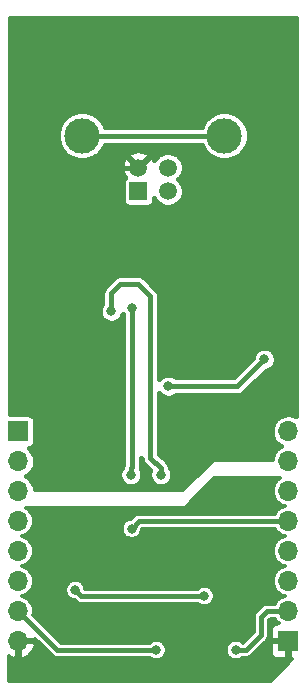
<source format=gbr>
G04 #@! TF.GenerationSoftware,KiCad,Pcbnew,(5.1.2)-2*
G04 #@! TF.CreationDate,2019-10-15T13:17:40+02:00*
G04 #@! TF.ProjectId,USB_UART_Iolated,5553425f-5541-4525-945f-496f6c617465,rev?*
G04 #@! TF.SameCoordinates,Original*
G04 #@! TF.FileFunction,Copper,L2,Bot*
G04 #@! TF.FilePolarity,Positive*
%FSLAX46Y46*%
G04 Gerber Fmt 4.6, Leading zero omitted, Abs format (unit mm)*
G04 Created by KiCad (PCBNEW (5.1.2)-2) date 2019-10-15 13:17:40*
%MOMM*%
%LPD*%
G04 APERTURE LIST*
%ADD10R,1.700000X1.700000*%
%ADD11O,1.700000X1.700000*%
%ADD12C,1.500000*%
%ADD13C,3.000000*%
%ADD14R,1.500000X1.500000*%
%ADD15C,0.800000*%
%ADD16C,0.381000*%
%ADD17C,0.304800*%
G04 APERTURE END LIST*
D10*
X128270000Y-105410000D03*
D11*
X128270000Y-107950000D03*
X128270000Y-110490000D03*
X128270000Y-113030000D03*
X128270000Y-115570000D03*
X128270000Y-118110000D03*
X128270000Y-120650000D03*
X128270000Y-123190000D03*
X151130000Y-105410000D03*
X151130000Y-107950000D03*
X151130000Y-110490000D03*
X151130000Y-113030000D03*
X151130000Y-115570000D03*
X151130000Y-118110000D03*
X151130000Y-120650000D03*
D10*
X151130000Y-123190000D03*
D12*
X140930000Y-85090000D03*
X138430000Y-83090000D03*
D13*
X133660000Y-80380000D03*
D12*
X140930000Y-83090000D03*
D14*
X138430000Y-85090000D03*
D13*
X145700000Y-80380000D03*
D15*
X144018000Y-119380000D03*
X133096000Y-118872000D03*
X140970000Y-101600000D03*
X149098000Y-99314000D03*
X141975000Y-88149000D03*
X139203000Y-88149000D03*
X147309000Y-88149000D03*
X139954000Y-123952000D03*
X137858500Y-113665000D03*
X146695500Y-123952000D03*
X140335000Y-109093000D03*
X136144000Y-95250000D03*
X137795000Y-109093000D03*
X137922000Y-94996000D03*
D16*
X144018000Y-119380000D02*
X133604000Y-119380000D01*
X133604000Y-119380000D02*
X133096000Y-118872000D01*
X133096000Y-118872000D02*
X133096000Y-118872000D01*
X140970000Y-101600000D02*
X146812000Y-101600000D01*
X146812000Y-101600000D02*
X149098000Y-99314000D01*
X149098000Y-99314000D02*
X149098000Y-99314000D01*
X141975000Y-88149000D02*
X139203000Y-88149000D01*
X139203000Y-88149000D02*
X139203000Y-88149000D01*
X141975000Y-88149000D02*
X147309000Y-88149000D01*
X147309000Y-88149000D02*
X147309000Y-88149000D01*
X139203000Y-88149000D02*
X137679000Y-88149000D01*
X137679000Y-88149000D02*
X135890000Y-86360000D01*
X135890000Y-86360000D02*
X135890000Y-84074000D01*
X136874000Y-83090000D02*
X138430000Y-83090000D01*
X135890000Y-84074000D02*
X136874000Y-83090000D01*
X131572000Y-123952000D02*
X128270000Y-120650000D01*
X139954000Y-123952000D02*
X131572000Y-123952000D01*
X138493500Y-113030000D02*
X137858500Y-113665000D01*
X151130000Y-113030000D02*
X138493500Y-113030000D01*
X146695500Y-123952000D02*
X147574000Y-123952000D01*
X147574000Y-123952000D02*
X148844000Y-122682000D01*
X148844000Y-122682000D02*
X148844000Y-121158000D01*
X149352000Y-120650000D02*
X151130000Y-120650000D01*
X148844000Y-121158000D02*
X149352000Y-120650000D01*
X136134873Y-80380000D02*
X145700000Y-80380000D01*
X133660000Y-80380000D02*
X136134873Y-80380000D01*
X140335000Y-108527315D02*
X139446000Y-107638315D01*
X140335000Y-109093000D02*
X140335000Y-108527315D01*
X139446000Y-107638315D02*
X139446000Y-94488000D01*
X139446000Y-94488000D02*
X139446000Y-93980000D01*
X139446000Y-93980000D02*
X138430000Y-92964000D01*
X138430000Y-92964000D02*
X137160000Y-92964000D01*
X137160000Y-92964000D02*
X136906000Y-92964000D01*
X136906000Y-92964000D02*
X136144000Y-93726000D01*
X136144000Y-93726000D02*
X136144000Y-95250000D01*
X136144000Y-95250000D02*
X136144000Y-95250000D01*
X137795000Y-108527315D02*
X137922000Y-108400315D01*
X137795000Y-109093000D02*
X137795000Y-108527315D01*
X137922000Y-108400315D02*
X137922000Y-94996000D01*
X137922000Y-94996000D02*
X137922000Y-94996000D01*
D17*
G36*
X150400245Y-109397845D02*
G01*
X150201198Y-109561198D01*
X150037845Y-109760245D01*
X149916462Y-109987336D01*
X149841715Y-110233744D01*
X149816476Y-110490000D01*
X149841715Y-110746256D01*
X149916462Y-110992664D01*
X150037845Y-111219755D01*
X150201198Y-111418802D01*
X150400245Y-111582155D01*
X150627336Y-111703538D01*
X150813466Y-111760000D01*
X150627336Y-111816462D01*
X150400245Y-111937845D01*
X150201198Y-112101198D01*
X150037845Y-112300245D01*
X149993986Y-112382300D01*
X138525301Y-112382300D01*
X138493500Y-112379168D01*
X138461699Y-112382300D01*
X138461691Y-112382300D01*
X138377573Y-112390585D01*
X138366528Y-112391673D01*
X138244437Y-112428709D01*
X138131917Y-112488852D01*
X138033292Y-112569792D01*
X138013017Y-112594497D01*
X137799714Y-112807800D01*
X137774073Y-112807800D01*
X137608464Y-112840741D01*
X137452463Y-112905359D01*
X137312067Y-112999169D01*
X137192669Y-113118567D01*
X137098859Y-113258963D01*
X137034241Y-113414964D01*
X137001300Y-113580573D01*
X137001300Y-113749427D01*
X137034241Y-113915036D01*
X137098859Y-114071037D01*
X137192669Y-114211433D01*
X137312067Y-114330831D01*
X137452463Y-114424641D01*
X137608464Y-114489259D01*
X137774073Y-114522200D01*
X137942927Y-114522200D01*
X138108536Y-114489259D01*
X138264537Y-114424641D01*
X138404933Y-114330831D01*
X138524331Y-114211433D01*
X138618141Y-114071037D01*
X138682759Y-113915036D01*
X138715700Y-113749427D01*
X138715700Y-113723786D01*
X138761786Y-113677700D01*
X149993986Y-113677700D01*
X150037845Y-113759755D01*
X150201198Y-113958802D01*
X150400245Y-114122155D01*
X150627336Y-114243538D01*
X150813466Y-114300000D01*
X150627336Y-114356462D01*
X150400245Y-114477845D01*
X150201198Y-114641198D01*
X150037845Y-114840245D01*
X149916462Y-115067336D01*
X149841715Y-115313744D01*
X149816476Y-115570000D01*
X149841715Y-115826256D01*
X149916462Y-116072664D01*
X150037845Y-116299755D01*
X150201198Y-116498802D01*
X150400245Y-116662155D01*
X150627336Y-116783538D01*
X150813466Y-116840000D01*
X150627336Y-116896462D01*
X150400245Y-117017845D01*
X150201198Y-117181198D01*
X150037845Y-117380245D01*
X149916462Y-117607336D01*
X149841715Y-117853744D01*
X149816476Y-118110000D01*
X149841715Y-118366256D01*
X149916462Y-118612664D01*
X150037845Y-118839755D01*
X150201198Y-119038802D01*
X150400245Y-119202155D01*
X150627336Y-119323538D01*
X150813466Y-119380000D01*
X150627336Y-119436462D01*
X150400245Y-119557845D01*
X150201198Y-119721198D01*
X150037845Y-119920245D01*
X149993986Y-120002300D01*
X149383798Y-120002300D01*
X149351999Y-119999168D01*
X149320200Y-120002300D01*
X149320191Y-120002300D01*
X149225029Y-120011673D01*
X149102937Y-120048709D01*
X148990417Y-120108852D01*
X148990415Y-120108853D01*
X148990416Y-120108853D01*
X148916498Y-120169515D01*
X148916491Y-120169522D01*
X148891792Y-120189792D01*
X148871521Y-120214492D01*
X148408497Y-120677518D01*
X148383793Y-120697792D01*
X148363518Y-120722497D01*
X148363515Y-120722500D01*
X148302853Y-120796417D01*
X148242709Y-120908938D01*
X148205673Y-121031029D01*
X148193168Y-121158000D01*
X148196301Y-121189811D01*
X148196300Y-122413714D01*
X147305715Y-123304300D01*
X147260064Y-123304300D01*
X147241933Y-123286169D01*
X147101537Y-123192359D01*
X146945536Y-123127741D01*
X146779927Y-123094800D01*
X146611073Y-123094800D01*
X146445464Y-123127741D01*
X146289463Y-123192359D01*
X146149067Y-123286169D01*
X146029669Y-123405567D01*
X145935859Y-123545963D01*
X145871241Y-123701964D01*
X145838300Y-123867573D01*
X145838300Y-124036427D01*
X145871241Y-124202036D01*
X145935859Y-124358037D01*
X146029669Y-124498433D01*
X146149067Y-124617831D01*
X146289463Y-124711641D01*
X146445464Y-124776259D01*
X146611073Y-124809200D01*
X146779927Y-124809200D01*
X146945536Y-124776259D01*
X147101537Y-124711641D01*
X147241933Y-124617831D01*
X147260064Y-124599700D01*
X147542199Y-124599700D01*
X147574000Y-124602832D01*
X147605801Y-124599700D01*
X147605809Y-124599700D01*
X147700971Y-124590327D01*
X147823063Y-124553291D01*
X147935583Y-124493148D01*
X148034208Y-124412208D01*
X148054487Y-124387498D01*
X148401985Y-124040000D01*
X149616405Y-124040000D01*
X149629156Y-124169461D01*
X149666918Y-124293947D01*
X149728241Y-124408674D01*
X149810767Y-124509233D01*
X149911326Y-124591759D01*
X150026053Y-124653082D01*
X150150539Y-124690844D01*
X150280000Y-124703595D01*
X150863300Y-124700400D01*
X151028400Y-124535300D01*
X151028400Y-123291600D01*
X149784700Y-123291600D01*
X149619600Y-123456700D01*
X149616405Y-124040000D01*
X148401985Y-124040000D01*
X149279504Y-123162482D01*
X149304208Y-123142208D01*
X149348368Y-123088400D01*
X149385147Y-123043584D01*
X149385148Y-123043583D01*
X149445291Y-122931063D01*
X149482327Y-122808971D01*
X149491700Y-122713809D01*
X149491700Y-122713802D01*
X149494832Y-122682001D01*
X149491700Y-122650200D01*
X149491700Y-121426286D01*
X149620286Y-121297700D01*
X149993986Y-121297700D01*
X150037845Y-121379755D01*
X150201198Y-121578802D01*
X150320398Y-121676626D01*
X150280000Y-121676405D01*
X150150539Y-121689156D01*
X150026053Y-121726918D01*
X149911326Y-121788241D01*
X149810767Y-121870767D01*
X149728241Y-121971326D01*
X149666918Y-122086053D01*
X149629156Y-122210539D01*
X149616405Y-122340000D01*
X149619600Y-122923300D01*
X149784700Y-123088400D01*
X151028400Y-123088400D01*
X151028400Y-123068400D01*
X151231600Y-123068400D01*
X151231600Y-123088400D01*
X151251600Y-123088400D01*
X151251600Y-123291600D01*
X151231600Y-123291600D01*
X151231600Y-124535300D01*
X151396700Y-124700400D01*
X151477225Y-124700841D01*
X149660268Y-126517800D01*
X127482200Y-126517800D01*
X127482200Y-124471074D01*
X127653087Y-124568673D01*
X127933907Y-124662536D01*
X128168400Y-124531883D01*
X128168400Y-123291600D01*
X128371600Y-123291600D01*
X128371600Y-124531883D01*
X128606093Y-124662536D01*
X128886913Y-124568673D01*
X129144025Y-124421828D01*
X129367549Y-124227645D01*
X129548894Y-123993586D01*
X129681092Y-123728645D01*
X129742532Y-123526093D01*
X129611458Y-123291600D01*
X128371600Y-123291600D01*
X128168400Y-123291600D01*
X128148400Y-123291600D01*
X128148400Y-123088400D01*
X128168400Y-123088400D01*
X128168400Y-123068400D01*
X128371600Y-123068400D01*
X128371600Y-123088400D01*
X129611458Y-123088400D01*
X129676340Y-122972325D01*
X131091517Y-124387503D01*
X131111792Y-124412208D01*
X131136497Y-124432483D01*
X131136499Y-124432485D01*
X131185388Y-124472607D01*
X131210417Y-124493148D01*
X131322937Y-124553291D01*
X131416612Y-124581707D01*
X131445028Y-124590327D01*
X131457126Y-124591518D01*
X131540191Y-124599700D01*
X131540198Y-124599700D01*
X131571999Y-124602832D01*
X131603800Y-124599700D01*
X139389436Y-124599700D01*
X139407567Y-124617831D01*
X139547963Y-124711641D01*
X139703964Y-124776259D01*
X139869573Y-124809200D01*
X140038427Y-124809200D01*
X140204036Y-124776259D01*
X140360037Y-124711641D01*
X140500433Y-124617831D01*
X140619831Y-124498433D01*
X140713641Y-124358037D01*
X140778259Y-124202036D01*
X140811200Y-124036427D01*
X140811200Y-123867573D01*
X140778259Y-123701964D01*
X140713641Y-123545963D01*
X140619831Y-123405567D01*
X140500433Y-123286169D01*
X140360037Y-123192359D01*
X140204036Y-123127741D01*
X140038427Y-123094800D01*
X139869573Y-123094800D01*
X139703964Y-123127741D01*
X139547963Y-123192359D01*
X139407567Y-123286169D01*
X139389436Y-123304300D01*
X131840286Y-123304300D01*
X129531276Y-120995291D01*
X129558285Y-120906256D01*
X129583524Y-120650000D01*
X129558285Y-120393744D01*
X129483538Y-120147336D01*
X129362155Y-119920245D01*
X129198802Y-119721198D01*
X128999755Y-119557845D01*
X128772664Y-119436462D01*
X128586534Y-119380000D01*
X128772664Y-119323538D01*
X128999755Y-119202155D01*
X129198802Y-119038802D01*
X129362155Y-118839755D01*
X129390046Y-118787573D01*
X132238800Y-118787573D01*
X132238800Y-118956427D01*
X132271741Y-119122036D01*
X132336359Y-119278037D01*
X132430169Y-119418433D01*
X132549567Y-119537831D01*
X132689963Y-119631641D01*
X132845964Y-119696259D01*
X133011573Y-119729200D01*
X133037213Y-119729200D01*
X133123521Y-119815508D01*
X133143792Y-119840208D01*
X133168491Y-119860478D01*
X133168498Y-119860485D01*
X133232600Y-119913091D01*
X133242417Y-119921148D01*
X133354937Y-119981291D01*
X133477029Y-120018327D01*
X133572191Y-120027700D01*
X133572200Y-120027700D01*
X133603999Y-120030832D01*
X133635798Y-120027700D01*
X143453436Y-120027700D01*
X143471567Y-120045831D01*
X143611963Y-120139641D01*
X143767964Y-120204259D01*
X143933573Y-120237200D01*
X144102427Y-120237200D01*
X144268036Y-120204259D01*
X144424037Y-120139641D01*
X144564433Y-120045831D01*
X144683831Y-119926433D01*
X144777641Y-119786037D01*
X144842259Y-119630036D01*
X144875200Y-119464427D01*
X144875200Y-119295573D01*
X144842259Y-119129964D01*
X144777641Y-118973963D01*
X144683831Y-118833567D01*
X144564433Y-118714169D01*
X144424037Y-118620359D01*
X144268036Y-118555741D01*
X144102427Y-118522800D01*
X143933573Y-118522800D01*
X143767964Y-118555741D01*
X143611963Y-118620359D01*
X143471567Y-118714169D01*
X143453436Y-118732300D01*
X133942206Y-118732300D01*
X133920259Y-118621964D01*
X133855641Y-118465963D01*
X133761831Y-118325567D01*
X133642433Y-118206169D01*
X133502037Y-118112359D01*
X133346036Y-118047741D01*
X133180427Y-118014800D01*
X133011573Y-118014800D01*
X132845964Y-118047741D01*
X132689963Y-118112359D01*
X132549567Y-118206169D01*
X132430169Y-118325567D01*
X132336359Y-118465963D01*
X132271741Y-118621964D01*
X132238800Y-118787573D01*
X129390046Y-118787573D01*
X129483538Y-118612664D01*
X129558285Y-118366256D01*
X129583524Y-118110000D01*
X129558285Y-117853744D01*
X129483538Y-117607336D01*
X129362155Y-117380245D01*
X129198802Y-117181198D01*
X128999755Y-117017845D01*
X128772664Y-116896462D01*
X128586534Y-116840000D01*
X128772664Y-116783538D01*
X128999755Y-116662155D01*
X129198802Y-116498802D01*
X129362155Y-116299755D01*
X129483538Y-116072664D01*
X129558285Y-115826256D01*
X129583524Y-115570000D01*
X129558285Y-115313744D01*
X129483538Y-115067336D01*
X129362155Y-114840245D01*
X129198802Y-114641198D01*
X128999755Y-114477845D01*
X128772664Y-114356462D01*
X128586534Y-114300000D01*
X128772664Y-114243538D01*
X128999755Y-114122155D01*
X129198802Y-113958802D01*
X129362155Y-113759755D01*
X129483538Y-113532664D01*
X129558285Y-113286256D01*
X129583524Y-113030000D01*
X129558285Y-112773744D01*
X129483538Y-112527336D01*
X129362155Y-112300245D01*
X129198802Y-112101198D01*
X128999755Y-111937845D01*
X128952151Y-111912400D01*
X142240000Y-111912400D01*
X142269732Y-111909472D01*
X142298321Y-111900799D01*
X142324669Y-111886716D01*
X142347763Y-111867763D01*
X144843126Y-109372400D01*
X150447849Y-109372400D01*
X150400245Y-109397845D01*
X150400245Y-109397845D01*
G37*
X150400245Y-109397845D02*
X150201198Y-109561198D01*
X150037845Y-109760245D01*
X149916462Y-109987336D01*
X149841715Y-110233744D01*
X149816476Y-110490000D01*
X149841715Y-110746256D01*
X149916462Y-110992664D01*
X150037845Y-111219755D01*
X150201198Y-111418802D01*
X150400245Y-111582155D01*
X150627336Y-111703538D01*
X150813466Y-111760000D01*
X150627336Y-111816462D01*
X150400245Y-111937845D01*
X150201198Y-112101198D01*
X150037845Y-112300245D01*
X149993986Y-112382300D01*
X138525301Y-112382300D01*
X138493500Y-112379168D01*
X138461699Y-112382300D01*
X138461691Y-112382300D01*
X138377573Y-112390585D01*
X138366528Y-112391673D01*
X138244437Y-112428709D01*
X138131917Y-112488852D01*
X138033292Y-112569792D01*
X138013017Y-112594497D01*
X137799714Y-112807800D01*
X137774073Y-112807800D01*
X137608464Y-112840741D01*
X137452463Y-112905359D01*
X137312067Y-112999169D01*
X137192669Y-113118567D01*
X137098859Y-113258963D01*
X137034241Y-113414964D01*
X137001300Y-113580573D01*
X137001300Y-113749427D01*
X137034241Y-113915036D01*
X137098859Y-114071037D01*
X137192669Y-114211433D01*
X137312067Y-114330831D01*
X137452463Y-114424641D01*
X137608464Y-114489259D01*
X137774073Y-114522200D01*
X137942927Y-114522200D01*
X138108536Y-114489259D01*
X138264537Y-114424641D01*
X138404933Y-114330831D01*
X138524331Y-114211433D01*
X138618141Y-114071037D01*
X138682759Y-113915036D01*
X138715700Y-113749427D01*
X138715700Y-113723786D01*
X138761786Y-113677700D01*
X149993986Y-113677700D01*
X150037845Y-113759755D01*
X150201198Y-113958802D01*
X150400245Y-114122155D01*
X150627336Y-114243538D01*
X150813466Y-114300000D01*
X150627336Y-114356462D01*
X150400245Y-114477845D01*
X150201198Y-114641198D01*
X150037845Y-114840245D01*
X149916462Y-115067336D01*
X149841715Y-115313744D01*
X149816476Y-115570000D01*
X149841715Y-115826256D01*
X149916462Y-116072664D01*
X150037845Y-116299755D01*
X150201198Y-116498802D01*
X150400245Y-116662155D01*
X150627336Y-116783538D01*
X150813466Y-116840000D01*
X150627336Y-116896462D01*
X150400245Y-117017845D01*
X150201198Y-117181198D01*
X150037845Y-117380245D01*
X149916462Y-117607336D01*
X149841715Y-117853744D01*
X149816476Y-118110000D01*
X149841715Y-118366256D01*
X149916462Y-118612664D01*
X150037845Y-118839755D01*
X150201198Y-119038802D01*
X150400245Y-119202155D01*
X150627336Y-119323538D01*
X150813466Y-119380000D01*
X150627336Y-119436462D01*
X150400245Y-119557845D01*
X150201198Y-119721198D01*
X150037845Y-119920245D01*
X149993986Y-120002300D01*
X149383798Y-120002300D01*
X149351999Y-119999168D01*
X149320200Y-120002300D01*
X149320191Y-120002300D01*
X149225029Y-120011673D01*
X149102937Y-120048709D01*
X148990417Y-120108852D01*
X148990415Y-120108853D01*
X148990416Y-120108853D01*
X148916498Y-120169515D01*
X148916491Y-120169522D01*
X148891792Y-120189792D01*
X148871521Y-120214492D01*
X148408497Y-120677518D01*
X148383793Y-120697792D01*
X148363518Y-120722497D01*
X148363515Y-120722500D01*
X148302853Y-120796417D01*
X148242709Y-120908938D01*
X148205673Y-121031029D01*
X148193168Y-121158000D01*
X148196301Y-121189811D01*
X148196300Y-122413714D01*
X147305715Y-123304300D01*
X147260064Y-123304300D01*
X147241933Y-123286169D01*
X147101537Y-123192359D01*
X146945536Y-123127741D01*
X146779927Y-123094800D01*
X146611073Y-123094800D01*
X146445464Y-123127741D01*
X146289463Y-123192359D01*
X146149067Y-123286169D01*
X146029669Y-123405567D01*
X145935859Y-123545963D01*
X145871241Y-123701964D01*
X145838300Y-123867573D01*
X145838300Y-124036427D01*
X145871241Y-124202036D01*
X145935859Y-124358037D01*
X146029669Y-124498433D01*
X146149067Y-124617831D01*
X146289463Y-124711641D01*
X146445464Y-124776259D01*
X146611073Y-124809200D01*
X146779927Y-124809200D01*
X146945536Y-124776259D01*
X147101537Y-124711641D01*
X147241933Y-124617831D01*
X147260064Y-124599700D01*
X147542199Y-124599700D01*
X147574000Y-124602832D01*
X147605801Y-124599700D01*
X147605809Y-124599700D01*
X147700971Y-124590327D01*
X147823063Y-124553291D01*
X147935583Y-124493148D01*
X148034208Y-124412208D01*
X148054487Y-124387498D01*
X148401985Y-124040000D01*
X149616405Y-124040000D01*
X149629156Y-124169461D01*
X149666918Y-124293947D01*
X149728241Y-124408674D01*
X149810767Y-124509233D01*
X149911326Y-124591759D01*
X150026053Y-124653082D01*
X150150539Y-124690844D01*
X150280000Y-124703595D01*
X150863300Y-124700400D01*
X151028400Y-124535300D01*
X151028400Y-123291600D01*
X149784700Y-123291600D01*
X149619600Y-123456700D01*
X149616405Y-124040000D01*
X148401985Y-124040000D01*
X149279504Y-123162482D01*
X149304208Y-123142208D01*
X149348368Y-123088400D01*
X149385147Y-123043584D01*
X149385148Y-123043583D01*
X149445291Y-122931063D01*
X149482327Y-122808971D01*
X149491700Y-122713809D01*
X149491700Y-122713802D01*
X149494832Y-122682001D01*
X149491700Y-122650200D01*
X149491700Y-121426286D01*
X149620286Y-121297700D01*
X149993986Y-121297700D01*
X150037845Y-121379755D01*
X150201198Y-121578802D01*
X150320398Y-121676626D01*
X150280000Y-121676405D01*
X150150539Y-121689156D01*
X150026053Y-121726918D01*
X149911326Y-121788241D01*
X149810767Y-121870767D01*
X149728241Y-121971326D01*
X149666918Y-122086053D01*
X149629156Y-122210539D01*
X149616405Y-122340000D01*
X149619600Y-122923300D01*
X149784700Y-123088400D01*
X151028400Y-123088400D01*
X151028400Y-123068400D01*
X151231600Y-123068400D01*
X151231600Y-123088400D01*
X151251600Y-123088400D01*
X151251600Y-123291600D01*
X151231600Y-123291600D01*
X151231600Y-124535300D01*
X151396700Y-124700400D01*
X151477225Y-124700841D01*
X149660268Y-126517800D01*
X127482200Y-126517800D01*
X127482200Y-124471074D01*
X127653087Y-124568673D01*
X127933907Y-124662536D01*
X128168400Y-124531883D01*
X128168400Y-123291600D01*
X128371600Y-123291600D01*
X128371600Y-124531883D01*
X128606093Y-124662536D01*
X128886913Y-124568673D01*
X129144025Y-124421828D01*
X129367549Y-124227645D01*
X129548894Y-123993586D01*
X129681092Y-123728645D01*
X129742532Y-123526093D01*
X129611458Y-123291600D01*
X128371600Y-123291600D01*
X128168400Y-123291600D01*
X128148400Y-123291600D01*
X128148400Y-123088400D01*
X128168400Y-123088400D01*
X128168400Y-123068400D01*
X128371600Y-123068400D01*
X128371600Y-123088400D01*
X129611458Y-123088400D01*
X129676340Y-122972325D01*
X131091517Y-124387503D01*
X131111792Y-124412208D01*
X131136497Y-124432483D01*
X131136499Y-124432485D01*
X131185388Y-124472607D01*
X131210417Y-124493148D01*
X131322937Y-124553291D01*
X131416612Y-124581707D01*
X131445028Y-124590327D01*
X131457126Y-124591518D01*
X131540191Y-124599700D01*
X131540198Y-124599700D01*
X131571999Y-124602832D01*
X131603800Y-124599700D01*
X139389436Y-124599700D01*
X139407567Y-124617831D01*
X139547963Y-124711641D01*
X139703964Y-124776259D01*
X139869573Y-124809200D01*
X140038427Y-124809200D01*
X140204036Y-124776259D01*
X140360037Y-124711641D01*
X140500433Y-124617831D01*
X140619831Y-124498433D01*
X140713641Y-124358037D01*
X140778259Y-124202036D01*
X140811200Y-124036427D01*
X140811200Y-123867573D01*
X140778259Y-123701964D01*
X140713641Y-123545963D01*
X140619831Y-123405567D01*
X140500433Y-123286169D01*
X140360037Y-123192359D01*
X140204036Y-123127741D01*
X140038427Y-123094800D01*
X139869573Y-123094800D01*
X139703964Y-123127741D01*
X139547963Y-123192359D01*
X139407567Y-123286169D01*
X139389436Y-123304300D01*
X131840286Y-123304300D01*
X129531276Y-120995291D01*
X129558285Y-120906256D01*
X129583524Y-120650000D01*
X129558285Y-120393744D01*
X129483538Y-120147336D01*
X129362155Y-119920245D01*
X129198802Y-119721198D01*
X128999755Y-119557845D01*
X128772664Y-119436462D01*
X128586534Y-119380000D01*
X128772664Y-119323538D01*
X128999755Y-119202155D01*
X129198802Y-119038802D01*
X129362155Y-118839755D01*
X129390046Y-118787573D01*
X132238800Y-118787573D01*
X132238800Y-118956427D01*
X132271741Y-119122036D01*
X132336359Y-119278037D01*
X132430169Y-119418433D01*
X132549567Y-119537831D01*
X132689963Y-119631641D01*
X132845964Y-119696259D01*
X133011573Y-119729200D01*
X133037213Y-119729200D01*
X133123521Y-119815508D01*
X133143792Y-119840208D01*
X133168491Y-119860478D01*
X133168498Y-119860485D01*
X133232600Y-119913091D01*
X133242417Y-119921148D01*
X133354937Y-119981291D01*
X133477029Y-120018327D01*
X133572191Y-120027700D01*
X133572200Y-120027700D01*
X133603999Y-120030832D01*
X133635798Y-120027700D01*
X143453436Y-120027700D01*
X143471567Y-120045831D01*
X143611963Y-120139641D01*
X143767964Y-120204259D01*
X143933573Y-120237200D01*
X144102427Y-120237200D01*
X144268036Y-120204259D01*
X144424037Y-120139641D01*
X144564433Y-120045831D01*
X144683831Y-119926433D01*
X144777641Y-119786037D01*
X144842259Y-119630036D01*
X144875200Y-119464427D01*
X144875200Y-119295573D01*
X144842259Y-119129964D01*
X144777641Y-118973963D01*
X144683831Y-118833567D01*
X144564433Y-118714169D01*
X144424037Y-118620359D01*
X144268036Y-118555741D01*
X144102427Y-118522800D01*
X143933573Y-118522800D01*
X143767964Y-118555741D01*
X143611963Y-118620359D01*
X143471567Y-118714169D01*
X143453436Y-118732300D01*
X133942206Y-118732300D01*
X133920259Y-118621964D01*
X133855641Y-118465963D01*
X133761831Y-118325567D01*
X133642433Y-118206169D01*
X133502037Y-118112359D01*
X133346036Y-118047741D01*
X133180427Y-118014800D01*
X133011573Y-118014800D01*
X132845964Y-118047741D01*
X132689963Y-118112359D01*
X132549567Y-118206169D01*
X132430169Y-118325567D01*
X132336359Y-118465963D01*
X132271741Y-118621964D01*
X132238800Y-118787573D01*
X129390046Y-118787573D01*
X129483538Y-118612664D01*
X129558285Y-118366256D01*
X129583524Y-118110000D01*
X129558285Y-117853744D01*
X129483538Y-117607336D01*
X129362155Y-117380245D01*
X129198802Y-117181198D01*
X128999755Y-117017845D01*
X128772664Y-116896462D01*
X128586534Y-116840000D01*
X128772664Y-116783538D01*
X128999755Y-116662155D01*
X129198802Y-116498802D01*
X129362155Y-116299755D01*
X129483538Y-116072664D01*
X129558285Y-115826256D01*
X129583524Y-115570000D01*
X129558285Y-115313744D01*
X129483538Y-115067336D01*
X129362155Y-114840245D01*
X129198802Y-114641198D01*
X128999755Y-114477845D01*
X128772664Y-114356462D01*
X128586534Y-114300000D01*
X128772664Y-114243538D01*
X128999755Y-114122155D01*
X129198802Y-113958802D01*
X129362155Y-113759755D01*
X129483538Y-113532664D01*
X129558285Y-113286256D01*
X129583524Y-113030000D01*
X129558285Y-112773744D01*
X129483538Y-112527336D01*
X129362155Y-112300245D01*
X129198802Y-112101198D01*
X128999755Y-111937845D01*
X128952151Y-111912400D01*
X142240000Y-111912400D01*
X142269732Y-111909472D01*
X142298321Y-111900799D01*
X142324669Y-111886716D01*
X142347763Y-111867763D01*
X144843126Y-109372400D01*
X150447849Y-109372400D01*
X150400245Y-109397845D01*
D16*
G36*
X151803500Y-104158172D02*
G01*
X151676617Y-104090351D01*
X151408663Y-104009068D01*
X151199833Y-103988500D01*
X151060167Y-103988500D01*
X150851337Y-104009068D01*
X150583383Y-104090351D01*
X150336436Y-104222347D01*
X150119984Y-104399984D01*
X149942347Y-104616436D01*
X149810351Y-104863383D01*
X149729068Y-105131337D01*
X149701622Y-105410000D01*
X149729068Y-105688663D01*
X149810351Y-105956617D01*
X149942347Y-106203564D01*
X150119984Y-106420016D01*
X150336436Y-106597653D01*
X150490496Y-106680000D01*
X150336436Y-106762347D01*
X150119984Y-106939984D01*
X149942347Y-107156436D01*
X149810351Y-107403383D01*
X149729068Y-107671337D01*
X149720385Y-107759500D01*
X144780000Y-107759500D01*
X144742835Y-107763160D01*
X144707099Y-107774001D01*
X144674164Y-107791605D01*
X144645296Y-107815296D01*
X142161092Y-110299500D01*
X129679615Y-110299500D01*
X129670932Y-110211337D01*
X129589649Y-109943383D01*
X129457653Y-109696436D01*
X129280016Y-109479984D01*
X129063564Y-109302347D01*
X128909504Y-109220000D01*
X129063564Y-109137653D01*
X129280016Y-108960016D01*
X129457653Y-108743564D01*
X129589649Y-108496617D01*
X129670932Y-108228663D01*
X129698378Y-107950000D01*
X129670932Y-107671337D01*
X129589649Y-107403383D01*
X129457653Y-107156436D01*
X129280016Y-106939984D01*
X129147854Y-106831522D01*
X129232034Y-106823231D01*
X129339762Y-106790552D01*
X129439045Y-106737484D01*
X129526067Y-106666067D01*
X129597484Y-106579045D01*
X129650552Y-106479762D01*
X129683231Y-106372034D01*
X129694265Y-106260000D01*
X129694265Y-104560000D01*
X129683231Y-104447966D01*
X129650552Y-104340238D01*
X129597484Y-104240955D01*
X129526067Y-104153933D01*
X129439045Y-104082516D01*
X129339762Y-104029448D01*
X129232034Y-103996769D01*
X129120000Y-103985735D01*
X127596500Y-103985735D01*
X127596500Y-95154316D01*
X135172500Y-95154316D01*
X135172500Y-95345684D01*
X135209834Y-95533376D01*
X135283068Y-95710178D01*
X135389386Y-95869295D01*
X135524705Y-96004614D01*
X135683822Y-96110932D01*
X135860624Y-96184166D01*
X136048316Y-96221500D01*
X136239684Y-96221500D01*
X136427376Y-96184166D01*
X136604178Y-96110932D01*
X136763295Y-96004614D01*
X136898614Y-95869295D01*
X137004932Y-95710178D01*
X137078166Y-95533376D01*
X137086077Y-95493606D01*
X137160001Y-95604242D01*
X137160000Y-108099919D01*
X137158355Y-108101923D01*
X137132302Y-108150666D01*
X137087598Y-108234300D01*
X137044026Y-108377937D01*
X137034594Y-108473705D01*
X137033593Y-108483872D01*
X136934068Y-108632822D01*
X136860834Y-108809624D01*
X136823500Y-108997316D01*
X136823500Y-109188684D01*
X136860834Y-109376376D01*
X136934068Y-109553178D01*
X137040386Y-109712295D01*
X137175705Y-109847614D01*
X137334822Y-109953932D01*
X137511624Y-110027166D01*
X137699316Y-110064500D01*
X137890684Y-110064500D01*
X138078376Y-110027166D01*
X138255178Y-109953932D01*
X138414295Y-109847614D01*
X138549614Y-109712295D01*
X138655932Y-109553178D01*
X138729166Y-109376376D01*
X138766500Y-109188684D01*
X138766500Y-108997316D01*
X138729166Y-108809624D01*
X138655932Y-108632822D01*
X138650310Y-108624407D01*
X138672974Y-108549693D01*
X138684000Y-108437741D01*
X138684000Y-108437739D01*
X138687686Y-108400316D01*
X138684000Y-108362893D01*
X138684000Y-107675740D01*
X138695026Y-107787692D01*
X138738598Y-107931329D01*
X138767763Y-107985893D01*
X138809355Y-108063707D01*
X138840718Y-108101922D01*
X138904578Y-108179737D01*
X138933653Y-108203599D01*
X139441501Y-108711446D01*
X139400834Y-108809624D01*
X139363500Y-108997316D01*
X139363500Y-109188684D01*
X139400834Y-109376376D01*
X139474068Y-109553178D01*
X139580386Y-109712295D01*
X139715705Y-109847614D01*
X139874822Y-109953932D01*
X140051624Y-110027166D01*
X140239316Y-110064500D01*
X140430684Y-110064500D01*
X140618376Y-110027166D01*
X140795178Y-109953932D01*
X140954295Y-109847614D01*
X141089614Y-109712295D01*
X141195932Y-109553178D01*
X141269166Y-109376376D01*
X141306500Y-109188684D01*
X141306500Y-108997316D01*
X141269166Y-108809624D01*
X141195932Y-108632822D01*
X141096407Y-108483872D01*
X141095406Y-108473705D01*
X141085974Y-108377937D01*
X141042402Y-108234300D01*
X140997699Y-108150666D01*
X140971645Y-108101922D01*
X140900279Y-108014963D01*
X140876422Y-107985893D01*
X140847351Y-107962036D01*
X140208000Y-107322685D01*
X140208000Y-102208241D01*
X140215386Y-102219295D01*
X140350705Y-102354614D01*
X140509822Y-102460932D01*
X140686624Y-102534166D01*
X140874316Y-102571500D01*
X141065684Y-102571500D01*
X141253376Y-102534166D01*
X141430178Y-102460932D01*
X141578241Y-102362000D01*
X146774577Y-102362000D01*
X146812000Y-102365686D01*
X146849423Y-102362000D01*
X146849426Y-102362000D01*
X146961378Y-102350974D01*
X147105015Y-102307402D01*
X147237392Y-102236645D01*
X147353422Y-102141422D01*
X147377284Y-102112346D01*
X149206725Y-100282906D01*
X149381376Y-100248166D01*
X149558178Y-100174932D01*
X149717295Y-100068614D01*
X149852614Y-99933295D01*
X149958932Y-99774178D01*
X150032166Y-99597376D01*
X150069500Y-99409684D01*
X150069500Y-99218316D01*
X150032166Y-99030624D01*
X149958932Y-98853822D01*
X149852614Y-98694705D01*
X149717295Y-98559386D01*
X149558178Y-98453068D01*
X149381376Y-98379834D01*
X149193684Y-98342500D01*
X149002316Y-98342500D01*
X148814624Y-98379834D01*
X148637822Y-98453068D01*
X148478705Y-98559386D01*
X148343386Y-98694705D01*
X148237068Y-98853822D01*
X148163834Y-99030624D01*
X148129094Y-99205275D01*
X146496370Y-100838000D01*
X141578241Y-100838000D01*
X141430178Y-100739068D01*
X141253376Y-100665834D01*
X141065684Y-100628500D01*
X140874316Y-100628500D01*
X140686624Y-100665834D01*
X140509822Y-100739068D01*
X140350705Y-100845386D01*
X140215386Y-100980705D01*
X140208000Y-100991759D01*
X140208000Y-94017423D01*
X140211686Y-93980000D01*
X140208000Y-93942574D01*
X140196974Y-93830622D01*
X140153402Y-93686985D01*
X140107252Y-93600645D01*
X140082645Y-93554607D01*
X140011279Y-93467648D01*
X139987422Y-93438578D01*
X139958351Y-93414721D01*
X138995284Y-92451654D01*
X138971422Y-92422578D01*
X138855392Y-92327355D01*
X138723015Y-92256598D01*
X138579378Y-92213026D01*
X138467426Y-92202000D01*
X138467423Y-92202000D01*
X138430000Y-92198314D01*
X138392577Y-92202000D01*
X136943423Y-92202000D01*
X136906000Y-92198314D01*
X136868577Y-92202000D01*
X136868574Y-92202000D01*
X136756622Y-92213026D01*
X136612985Y-92256598D01*
X136551364Y-92289535D01*
X136480607Y-92327355D01*
X136397904Y-92395228D01*
X136364578Y-92422578D01*
X136340720Y-92451649D01*
X135631653Y-93160716D01*
X135602578Y-93184578D01*
X135578175Y-93214314D01*
X135507355Y-93300608D01*
X135484507Y-93343355D01*
X135436598Y-93432986D01*
X135393026Y-93576623D01*
X135382157Y-93686984D01*
X135378314Y-93726000D01*
X135382000Y-93763424D01*
X135382001Y-94641758D01*
X135283068Y-94789822D01*
X135209834Y-94966624D01*
X135172500Y-95154316D01*
X127596500Y-95154316D01*
X127596500Y-83096363D01*
X136974506Y-83096363D01*
X137003714Y-83380193D01*
X137087734Y-83652872D01*
X137216265Y-83893340D01*
X137301293Y-83911479D01*
X137273933Y-83933933D01*
X137202516Y-84020955D01*
X137149448Y-84120238D01*
X137116769Y-84227966D01*
X137105735Y-84340000D01*
X137105735Y-85840000D01*
X137116769Y-85952034D01*
X137149448Y-86059762D01*
X137202516Y-86159045D01*
X137273933Y-86246067D01*
X137360955Y-86317484D01*
X137460238Y-86370552D01*
X137567966Y-86403231D01*
X137680000Y-86414265D01*
X139180000Y-86414265D01*
X139292034Y-86403231D01*
X139399762Y-86370552D01*
X139499045Y-86317484D01*
X139586067Y-86246067D01*
X139657484Y-86159045D01*
X139710552Y-86059762D01*
X139743231Y-85952034D01*
X139754265Y-85840000D01*
X139754265Y-85704770D01*
X139758902Y-85715965D01*
X139903524Y-85932407D01*
X140087593Y-86116476D01*
X140304035Y-86261098D01*
X140544533Y-86360715D01*
X140799844Y-86411500D01*
X141060156Y-86411500D01*
X141315467Y-86360715D01*
X141555965Y-86261098D01*
X141772407Y-86116476D01*
X141956476Y-85932407D01*
X142101098Y-85715965D01*
X142200715Y-85475467D01*
X142251500Y-85220156D01*
X142251500Y-84959844D01*
X142200715Y-84704533D01*
X142101098Y-84464035D01*
X141956476Y-84247593D01*
X141798883Y-84090000D01*
X141956476Y-83932407D01*
X142101098Y-83715965D01*
X142200715Y-83475467D01*
X142251500Y-83220156D01*
X142251500Y-82959844D01*
X142200715Y-82704533D01*
X142101098Y-82464035D01*
X141956476Y-82247593D01*
X141772407Y-82063524D01*
X141555965Y-81918902D01*
X141315467Y-81819285D01*
X141060156Y-81768500D01*
X140799844Y-81768500D01*
X140544533Y-81819285D01*
X140304035Y-81918902D01*
X140087593Y-82063524D01*
X139903524Y-82247593D01*
X139758902Y-82464035D01*
X139750013Y-82485495D01*
X139643735Y-82286660D01*
X139379509Y-82230293D01*
X138519803Y-83090000D01*
X138533945Y-83104142D01*
X138444142Y-83193945D01*
X138430000Y-83179803D01*
X138415858Y-83193945D01*
X138326055Y-83104142D01*
X138340197Y-83090000D01*
X137480491Y-82230293D01*
X137216265Y-82286660D01*
X137082863Y-82538885D01*
X137001231Y-82812287D01*
X136974506Y-83096363D01*
X127596500Y-83096363D01*
X127596500Y-80175975D01*
X131588500Y-80175975D01*
X131588500Y-80584025D01*
X131668107Y-80984234D01*
X131824261Y-81361223D01*
X132050961Y-81700504D01*
X132339496Y-81989039D01*
X132678777Y-82215739D01*
X133055766Y-82371893D01*
X133455975Y-82451500D01*
X133864025Y-82451500D01*
X134264234Y-82371893D01*
X134641223Y-82215739D01*
X134753839Y-82140491D01*
X137570293Y-82140491D01*
X138430000Y-83000197D01*
X139289707Y-82140491D01*
X139233340Y-81876265D01*
X138981115Y-81742863D01*
X138707713Y-81661231D01*
X138423637Y-81634506D01*
X138139807Y-81663714D01*
X137867128Y-81747734D01*
X137626660Y-81876265D01*
X137570293Y-82140491D01*
X134753839Y-82140491D01*
X134980504Y-81989039D01*
X135269039Y-81700504D01*
X135495739Y-81361223D01*
X135586544Y-81142000D01*
X143773456Y-81142000D01*
X143864261Y-81361223D01*
X144090961Y-81700504D01*
X144379496Y-81989039D01*
X144718777Y-82215739D01*
X145095766Y-82371893D01*
X145495975Y-82451500D01*
X145904025Y-82451500D01*
X146304234Y-82371893D01*
X146681223Y-82215739D01*
X147020504Y-81989039D01*
X147309039Y-81700504D01*
X147535739Y-81361223D01*
X147691893Y-80984234D01*
X147771500Y-80584025D01*
X147771500Y-80175975D01*
X147691893Y-79775766D01*
X147535739Y-79398777D01*
X147309039Y-79059496D01*
X147020504Y-78770961D01*
X146681223Y-78544261D01*
X146304234Y-78388107D01*
X145904025Y-78308500D01*
X145495975Y-78308500D01*
X145095766Y-78388107D01*
X144718777Y-78544261D01*
X144379496Y-78770961D01*
X144090961Y-79059496D01*
X143864261Y-79398777D01*
X143773456Y-79618000D01*
X135586544Y-79618000D01*
X135495739Y-79398777D01*
X135269039Y-79059496D01*
X134980504Y-78770961D01*
X134641223Y-78544261D01*
X134264234Y-78388107D01*
X133864025Y-78308500D01*
X133455975Y-78308500D01*
X133055766Y-78388107D01*
X132678777Y-78544261D01*
X132339496Y-78770961D01*
X132050961Y-79059496D01*
X131824261Y-79398777D01*
X131668107Y-79775766D01*
X131588500Y-80175975D01*
X127596500Y-80175975D01*
X127596500Y-70446500D01*
X151803501Y-70446500D01*
X151803500Y-104158172D01*
X151803500Y-104158172D01*
G37*
X151803500Y-104158172D02*
X151676617Y-104090351D01*
X151408663Y-104009068D01*
X151199833Y-103988500D01*
X151060167Y-103988500D01*
X150851337Y-104009068D01*
X150583383Y-104090351D01*
X150336436Y-104222347D01*
X150119984Y-104399984D01*
X149942347Y-104616436D01*
X149810351Y-104863383D01*
X149729068Y-105131337D01*
X149701622Y-105410000D01*
X149729068Y-105688663D01*
X149810351Y-105956617D01*
X149942347Y-106203564D01*
X150119984Y-106420016D01*
X150336436Y-106597653D01*
X150490496Y-106680000D01*
X150336436Y-106762347D01*
X150119984Y-106939984D01*
X149942347Y-107156436D01*
X149810351Y-107403383D01*
X149729068Y-107671337D01*
X149720385Y-107759500D01*
X144780000Y-107759500D01*
X144742835Y-107763160D01*
X144707099Y-107774001D01*
X144674164Y-107791605D01*
X144645296Y-107815296D01*
X142161092Y-110299500D01*
X129679615Y-110299500D01*
X129670932Y-110211337D01*
X129589649Y-109943383D01*
X129457653Y-109696436D01*
X129280016Y-109479984D01*
X129063564Y-109302347D01*
X128909504Y-109220000D01*
X129063564Y-109137653D01*
X129280016Y-108960016D01*
X129457653Y-108743564D01*
X129589649Y-108496617D01*
X129670932Y-108228663D01*
X129698378Y-107950000D01*
X129670932Y-107671337D01*
X129589649Y-107403383D01*
X129457653Y-107156436D01*
X129280016Y-106939984D01*
X129147854Y-106831522D01*
X129232034Y-106823231D01*
X129339762Y-106790552D01*
X129439045Y-106737484D01*
X129526067Y-106666067D01*
X129597484Y-106579045D01*
X129650552Y-106479762D01*
X129683231Y-106372034D01*
X129694265Y-106260000D01*
X129694265Y-104560000D01*
X129683231Y-104447966D01*
X129650552Y-104340238D01*
X129597484Y-104240955D01*
X129526067Y-104153933D01*
X129439045Y-104082516D01*
X129339762Y-104029448D01*
X129232034Y-103996769D01*
X129120000Y-103985735D01*
X127596500Y-103985735D01*
X127596500Y-95154316D01*
X135172500Y-95154316D01*
X135172500Y-95345684D01*
X135209834Y-95533376D01*
X135283068Y-95710178D01*
X135389386Y-95869295D01*
X135524705Y-96004614D01*
X135683822Y-96110932D01*
X135860624Y-96184166D01*
X136048316Y-96221500D01*
X136239684Y-96221500D01*
X136427376Y-96184166D01*
X136604178Y-96110932D01*
X136763295Y-96004614D01*
X136898614Y-95869295D01*
X137004932Y-95710178D01*
X137078166Y-95533376D01*
X137086077Y-95493606D01*
X137160001Y-95604242D01*
X137160000Y-108099919D01*
X137158355Y-108101923D01*
X137132302Y-108150666D01*
X137087598Y-108234300D01*
X137044026Y-108377937D01*
X137034594Y-108473705D01*
X137033593Y-108483872D01*
X136934068Y-108632822D01*
X136860834Y-108809624D01*
X136823500Y-108997316D01*
X136823500Y-109188684D01*
X136860834Y-109376376D01*
X136934068Y-109553178D01*
X137040386Y-109712295D01*
X137175705Y-109847614D01*
X137334822Y-109953932D01*
X137511624Y-110027166D01*
X137699316Y-110064500D01*
X137890684Y-110064500D01*
X138078376Y-110027166D01*
X138255178Y-109953932D01*
X138414295Y-109847614D01*
X138549614Y-109712295D01*
X138655932Y-109553178D01*
X138729166Y-109376376D01*
X138766500Y-109188684D01*
X138766500Y-108997316D01*
X138729166Y-108809624D01*
X138655932Y-108632822D01*
X138650310Y-108624407D01*
X138672974Y-108549693D01*
X138684000Y-108437741D01*
X138684000Y-108437739D01*
X138687686Y-108400316D01*
X138684000Y-108362893D01*
X138684000Y-107675740D01*
X138695026Y-107787692D01*
X138738598Y-107931329D01*
X138767763Y-107985893D01*
X138809355Y-108063707D01*
X138840718Y-108101922D01*
X138904578Y-108179737D01*
X138933653Y-108203599D01*
X139441501Y-108711446D01*
X139400834Y-108809624D01*
X139363500Y-108997316D01*
X139363500Y-109188684D01*
X139400834Y-109376376D01*
X139474068Y-109553178D01*
X139580386Y-109712295D01*
X139715705Y-109847614D01*
X139874822Y-109953932D01*
X140051624Y-110027166D01*
X140239316Y-110064500D01*
X140430684Y-110064500D01*
X140618376Y-110027166D01*
X140795178Y-109953932D01*
X140954295Y-109847614D01*
X141089614Y-109712295D01*
X141195932Y-109553178D01*
X141269166Y-109376376D01*
X141306500Y-109188684D01*
X141306500Y-108997316D01*
X141269166Y-108809624D01*
X141195932Y-108632822D01*
X141096407Y-108483872D01*
X141095406Y-108473705D01*
X141085974Y-108377937D01*
X141042402Y-108234300D01*
X140997699Y-108150666D01*
X140971645Y-108101922D01*
X140900279Y-108014963D01*
X140876422Y-107985893D01*
X140847351Y-107962036D01*
X140208000Y-107322685D01*
X140208000Y-102208241D01*
X140215386Y-102219295D01*
X140350705Y-102354614D01*
X140509822Y-102460932D01*
X140686624Y-102534166D01*
X140874316Y-102571500D01*
X141065684Y-102571500D01*
X141253376Y-102534166D01*
X141430178Y-102460932D01*
X141578241Y-102362000D01*
X146774577Y-102362000D01*
X146812000Y-102365686D01*
X146849423Y-102362000D01*
X146849426Y-102362000D01*
X146961378Y-102350974D01*
X147105015Y-102307402D01*
X147237392Y-102236645D01*
X147353422Y-102141422D01*
X147377284Y-102112346D01*
X149206725Y-100282906D01*
X149381376Y-100248166D01*
X149558178Y-100174932D01*
X149717295Y-100068614D01*
X149852614Y-99933295D01*
X149958932Y-99774178D01*
X150032166Y-99597376D01*
X150069500Y-99409684D01*
X150069500Y-99218316D01*
X150032166Y-99030624D01*
X149958932Y-98853822D01*
X149852614Y-98694705D01*
X149717295Y-98559386D01*
X149558178Y-98453068D01*
X149381376Y-98379834D01*
X149193684Y-98342500D01*
X149002316Y-98342500D01*
X148814624Y-98379834D01*
X148637822Y-98453068D01*
X148478705Y-98559386D01*
X148343386Y-98694705D01*
X148237068Y-98853822D01*
X148163834Y-99030624D01*
X148129094Y-99205275D01*
X146496370Y-100838000D01*
X141578241Y-100838000D01*
X141430178Y-100739068D01*
X141253376Y-100665834D01*
X141065684Y-100628500D01*
X140874316Y-100628500D01*
X140686624Y-100665834D01*
X140509822Y-100739068D01*
X140350705Y-100845386D01*
X140215386Y-100980705D01*
X140208000Y-100991759D01*
X140208000Y-94017423D01*
X140211686Y-93980000D01*
X140208000Y-93942574D01*
X140196974Y-93830622D01*
X140153402Y-93686985D01*
X140107252Y-93600645D01*
X140082645Y-93554607D01*
X140011279Y-93467648D01*
X139987422Y-93438578D01*
X139958351Y-93414721D01*
X138995284Y-92451654D01*
X138971422Y-92422578D01*
X138855392Y-92327355D01*
X138723015Y-92256598D01*
X138579378Y-92213026D01*
X138467426Y-92202000D01*
X138467423Y-92202000D01*
X138430000Y-92198314D01*
X138392577Y-92202000D01*
X136943423Y-92202000D01*
X136906000Y-92198314D01*
X136868577Y-92202000D01*
X136868574Y-92202000D01*
X136756622Y-92213026D01*
X136612985Y-92256598D01*
X136551364Y-92289535D01*
X136480607Y-92327355D01*
X136397904Y-92395228D01*
X136364578Y-92422578D01*
X136340720Y-92451649D01*
X135631653Y-93160716D01*
X135602578Y-93184578D01*
X135578175Y-93214314D01*
X135507355Y-93300608D01*
X135484507Y-93343355D01*
X135436598Y-93432986D01*
X135393026Y-93576623D01*
X135382157Y-93686984D01*
X135378314Y-93726000D01*
X135382000Y-93763424D01*
X135382001Y-94641758D01*
X135283068Y-94789822D01*
X135209834Y-94966624D01*
X135172500Y-95154316D01*
X127596500Y-95154316D01*
X127596500Y-83096363D01*
X136974506Y-83096363D01*
X137003714Y-83380193D01*
X137087734Y-83652872D01*
X137216265Y-83893340D01*
X137301293Y-83911479D01*
X137273933Y-83933933D01*
X137202516Y-84020955D01*
X137149448Y-84120238D01*
X137116769Y-84227966D01*
X137105735Y-84340000D01*
X137105735Y-85840000D01*
X137116769Y-85952034D01*
X137149448Y-86059762D01*
X137202516Y-86159045D01*
X137273933Y-86246067D01*
X137360955Y-86317484D01*
X137460238Y-86370552D01*
X137567966Y-86403231D01*
X137680000Y-86414265D01*
X139180000Y-86414265D01*
X139292034Y-86403231D01*
X139399762Y-86370552D01*
X139499045Y-86317484D01*
X139586067Y-86246067D01*
X139657484Y-86159045D01*
X139710552Y-86059762D01*
X139743231Y-85952034D01*
X139754265Y-85840000D01*
X139754265Y-85704770D01*
X139758902Y-85715965D01*
X139903524Y-85932407D01*
X140087593Y-86116476D01*
X140304035Y-86261098D01*
X140544533Y-86360715D01*
X140799844Y-86411500D01*
X141060156Y-86411500D01*
X141315467Y-86360715D01*
X141555965Y-86261098D01*
X141772407Y-86116476D01*
X141956476Y-85932407D01*
X142101098Y-85715965D01*
X142200715Y-85475467D01*
X142251500Y-85220156D01*
X142251500Y-84959844D01*
X142200715Y-84704533D01*
X142101098Y-84464035D01*
X141956476Y-84247593D01*
X141798883Y-84090000D01*
X141956476Y-83932407D01*
X142101098Y-83715965D01*
X142200715Y-83475467D01*
X142251500Y-83220156D01*
X142251500Y-82959844D01*
X142200715Y-82704533D01*
X142101098Y-82464035D01*
X141956476Y-82247593D01*
X141772407Y-82063524D01*
X141555965Y-81918902D01*
X141315467Y-81819285D01*
X141060156Y-81768500D01*
X140799844Y-81768500D01*
X140544533Y-81819285D01*
X140304035Y-81918902D01*
X140087593Y-82063524D01*
X139903524Y-82247593D01*
X139758902Y-82464035D01*
X139750013Y-82485495D01*
X139643735Y-82286660D01*
X139379509Y-82230293D01*
X138519803Y-83090000D01*
X138533945Y-83104142D01*
X138444142Y-83193945D01*
X138430000Y-83179803D01*
X138415858Y-83193945D01*
X138326055Y-83104142D01*
X138340197Y-83090000D01*
X137480491Y-82230293D01*
X137216265Y-82286660D01*
X137082863Y-82538885D01*
X137001231Y-82812287D01*
X136974506Y-83096363D01*
X127596500Y-83096363D01*
X127596500Y-80175975D01*
X131588500Y-80175975D01*
X131588500Y-80584025D01*
X131668107Y-80984234D01*
X131824261Y-81361223D01*
X132050961Y-81700504D01*
X132339496Y-81989039D01*
X132678777Y-82215739D01*
X133055766Y-82371893D01*
X133455975Y-82451500D01*
X133864025Y-82451500D01*
X134264234Y-82371893D01*
X134641223Y-82215739D01*
X134753839Y-82140491D01*
X137570293Y-82140491D01*
X138430000Y-83000197D01*
X139289707Y-82140491D01*
X139233340Y-81876265D01*
X138981115Y-81742863D01*
X138707713Y-81661231D01*
X138423637Y-81634506D01*
X138139807Y-81663714D01*
X137867128Y-81747734D01*
X137626660Y-81876265D01*
X137570293Y-82140491D01*
X134753839Y-82140491D01*
X134980504Y-81989039D01*
X135269039Y-81700504D01*
X135495739Y-81361223D01*
X135586544Y-81142000D01*
X143773456Y-81142000D01*
X143864261Y-81361223D01*
X144090961Y-81700504D01*
X144379496Y-81989039D01*
X144718777Y-82215739D01*
X145095766Y-82371893D01*
X145495975Y-82451500D01*
X145904025Y-82451500D01*
X146304234Y-82371893D01*
X146681223Y-82215739D01*
X147020504Y-81989039D01*
X147309039Y-81700504D01*
X147535739Y-81361223D01*
X147691893Y-80984234D01*
X147771500Y-80584025D01*
X147771500Y-80175975D01*
X147691893Y-79775766D01*
X147535739Y-79398777D01*
X147309039Y-79059496D01*
X147020504Y-78770961D01*
X146681223Y-78544261D01*
X146304234Y-78388107D01*
X145904025Y-78308500D01*
X145495975Y-78308500D01*
X145095766Y-78388107D01*
X144718777Y-78544261D01*
X144379496Y-78770961D01*
X144090961Y-79059496D01*
X143864261Y-79398777D01*
X143773456Y-79618000D01*
X135586544Y-79618000D01*
X135495739Y-79398777D01*
X135269039Y-79059496D01*
X134980504Y-78770961D01*
X134641223Y-78544261D01*
X134264234Y-78388107D01*
X133864025Y-78308500D01*
X133455975Y-78308500D01*
X133055766Y-78388107D01*
X132678777Y-78544261D01*
X132339496Y-78770961D01*
X132050961Y-79059496D01*
X131824261Y-79398777D01*
X131668107Y-79775766D01*
X131588500Y-80175975D01*
X127596500Y-80175975D01*
X127596500Y-70446500D01*
X151803501Y-70446500D01*
X151803500Y-104158172D01*
M02*

</source>
